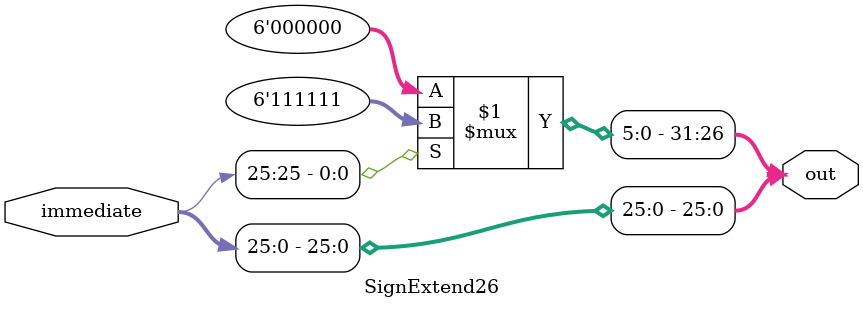
<source format=v>
`timescale 1ns / 1ps
 
module SignExtend26(immediate, out);
    input [31:0] immediate;
    output [31:0] out;
	 
	assign out[25:0] = immediate[25:0];
	assign out[31:26] = immediate[25]? 6'b111111 : 6'b000000;
endmodule
</source>
